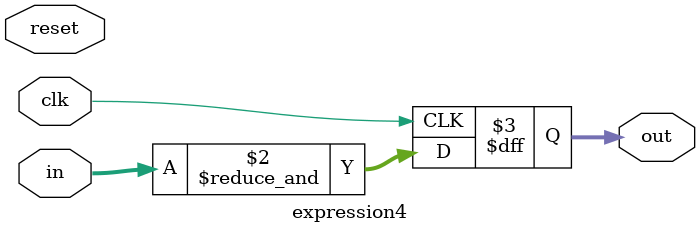
<source format=v>
module expression4
  #(parameter integer WIDTH = 8)
  (input wire             reset,
   input wire             clk,
   input wire [WIDTH-1:0] in,
   output reg [WIDTH-1:0] out);

   always @(posedge clk) out <= &in;

endmodule

</source>
